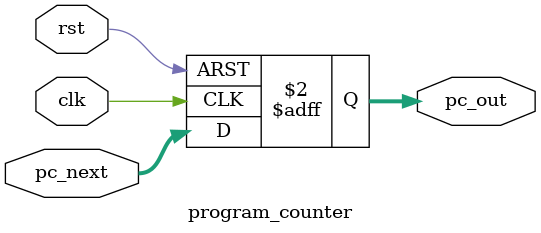
<source format=v>
module program_counter(
    input clk,                
    input rst,                
    input [31:0] pc_next,       
    output reg [31:0] pc_out 
);

    always @(posedge clk or posedge rst) begin
        if (rst) begin
            pc_out <= 32'b00;  
        end else begin
            pc_out <= pc_next;  
        end
    end

endmodule

</source>
